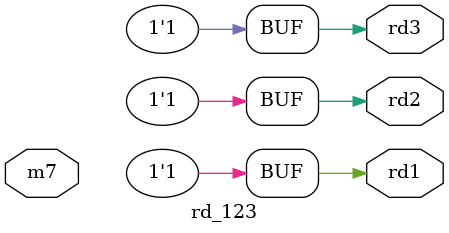
<source format=v>
/*Autores: Edgar Rodrigo, Jimy Cerqueira, Rian Silva
Componente Curricular: TEC498 - MI Projetos de Circuitos Digitais
Concluido em: 10/05/2024
Declaro que este código foi elaborado por mim de forma individual e não contém nenhum
trecho de código de outro colega ou de outro autor, tais como provindos de livros e
apostilas, e páginas ou documentos eletrônicos da Internet. Qualquer trecho de código
de outra autoria que não a minha está destacado com uma citação para o autor e a fonte
do código, e estou ciente que estes trechos não serão considerados para fins de avaliação.*/
module rd_123(m7, rd1, rd2, rd3); 
	input m7;
	output rd1, rd2, rd3;
	
	wire not_m7;

	// Declarando a porta not
	not not1 (not_m7, m7); //junto a m7, m7' será a outra variável de entrada do circuito
	
	// Declarando as portas or para rd1, rd2 e rd3
	or or1 (rd1, not_m7, m7); // A expressão m7 + m7' sempre retorna 1
	or or2 (rd2, not_m7, m7); // Criando uma constante de um bit de nível lógico alto
	or or3 (rd3, not_m7, m7); // Esse sinal desliga os leds de cada um dos dígitos
endmodule
</source>
